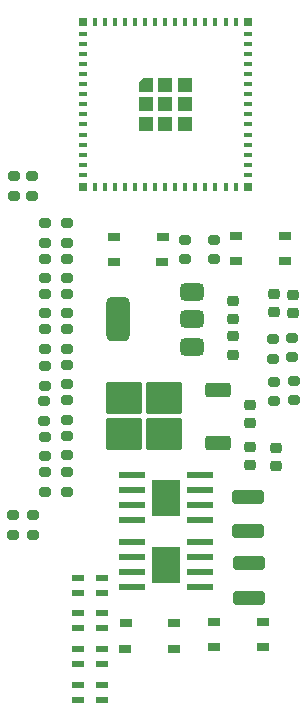
<source format=gbr>
%TF.GenerationSoftware,KiCad,Pcbnew,8.0.2-1*%
%TF.CreationDate,2025-02-04T18:40:10-06:00*%
%TF.ProjectId,ADACHI,41444143-4849-42e6-9b69-6361645f7063,rev?*%
%TF.SameCoordinates,Original*%
%TF.FileFunction,Paste,Top*%
%TF.FilePolarity,Positive*%
%FSLAX46Y46*%
G04 Gerber Fmt 4.6, Leading zero omitted, Abs format (unit mm)*
G04 Created by KiCad (PCBNEW 8.0.2-1) date 2025-02-04 18:40:10*
%MOMM*%
%LPD*%
G01*
G04 APERTURE LIST*
G04 Aperture macros list*
%AMRoundRect*
0 Rectangle with rounded corners*
0 $1 Rounding radius*
0 $2 $3 $4 $5 $6 $7 $8 $9 X,Y pos of 4 corners*
0 Add a 4 corners polygon primitive as box body*
4,1,4,$2,$3,$4,$5,$6,$7,$8,$9,$2,$3,0*
0 Add four circle primitives for the rounded corners*
1,1,$1+$1,$2,$3*
1,1,$1+$1,$4,$5*
1,1,$1+$1,$6,$7*
1,1,$1+$1,$8,$9*
0 Add four rect primitives between the rounded corners*
20,1,$1+$1,$2,$3,$4,$5,0*
20,1,$1+$1,$4,$5,$6,$7,0*
20,1,$1+$1,$6,$7,$8,$9,0*
20,1,$1+$1,$8,$9,$2,$3,0*%
%AMOutline5P*
0 Free polygon, 5 corners , with rotation*
0 The origin of the aperture is its center*
0 number of corners: always 5*
0 $1 to $10 corner X, Y*
0 $11 Rotation angle, in degrees counterclockwise*
0 create outline with 5 corners*
4,1,5,$1,$2,$3,$4,$5,$6,$7,$8,$9,$10,$1,$2,$11*%
%AMOutline6P*
0 Free polygon, 6 corners , with rotation*
0 The origin of the aperture is its center*
0 number of corners: always 6*
0 $1 to $12 corner X, Y*
0 $13 Rotation angle, in degrees counterclockwise*
0 create outline with 6 corners*
4,1,6,$1,$2,$3,$4,$5,$6,$7,$8,$9,$10,$11,$12,$1,$2,$13*%
%AMOutline7P*
0 Free polygon, 7 corners , with rotation*
0 The origin of the aperture is its center*
0 number of corners: always 7*
0 $1 to $14 corner X, Y*
0 $15 Rotation angle, in degrees counterclockwise*
0 create outline with 7 corners*
4,1,7,$1,$2,$3,$4,$5,$6,$7,$8,$9,$10,$11,$12,$13,$14,$1,$2,$15*%
%AMOutline8P*
0 Free polygon, 8 corners , with rotation*
0 The origin of the aperture is its center*
0 number of corners: always 8*
0 $1 to $16 corner X, Y*
0 $17 Rotation angle, in degrees counterclockwise*
0 create outline with 8 corners*
4,1,8,$1,$2,$3,$4,$5,$6,$7,$8,$9,$10,$11,$12,$13,$14,$15,$16,$1,$2,$17*%
G04 Aperture macros list end*
%ADD10RoundRect,0.200000X0.275000X-0.200000X0.275000X0.200000X-0.275000X0.200000X-0.275000X-0.200000X0*%
%ADD11RoundRect,0.225000X0.250000X-0.225000X0.250000X0.225000X-0.250000X0.225000X-0.250000X-0.225000X0*%
%ADD12RoundRect,0.250000X0.850000X0.350000X-0.850000X0.350000X-0.850000X-0.350000X0.850000X-0.350000X0*%
%ADD13RoundRect,0.250000X1.275000X1.125000X-1.275000X1.125000X-1.275000X-1.125000X1.275000X-1.125000X0*%
%ADD14RoundRect,0.225000X-0.250000X0.225000X-0.250000X-0.225000X0.250000X-0.225000X0.250000X0.225000X0*%
%ADD15RoundRect,0.200000X-0.275000X0.200000X-0.275000X-0.200000X0.275000X-0.200000X0.275000X0.200000X0*%
%ADD16RoundRect,0.218750X0.256250X-0.218750X0.256250X0.218750X-0.256250X0.218750X-0.256250X-0.218750X0*%
%ADD17RoundRect,0.250000X-1.100000X0.325000X-1.100000X-0.325000X1.100000X-0.325000X1.100000X0.325000X0*%
%ADD18R,1.050000X0.650000*%
%ADD19R,1.000000X0.600000*%
%ADD20R,2.400000X3.100000*%
%ADD21R,2.200000X0.500000*%
%ADD22RoundRect,0.375000X0.625000X0.375000X-0.625000X0.375000X-0.625000X-0.375000X0.625000X-0.375000X0*%
%ADD23RoundRect,0.500000X0.500000X1.400000X-0.500000X1.400000X-0.500000X-1.400000X0.500000X-1.400000X0*%
%ADD24R,0.800000X0.400000*%
%ADD25R,0.400000X0.800000*%
%ADD26Outline5P,-0.600000X0.204000X-0.204000X0.600000X0.600000X0.600000X0.600000X-0.600000X-0.600000X-0.600000X0.000000*%
%ADD27R,1.200000X1.200000*%
%ADD28R,0.800000X0.800000*%
G04 APERTURE END LIST*
D10*
%TO.C,R2210k1*%
X129400000Y-134200000D03*
X129400000Y-132550000D03*
%TD*%
D11*
%TO.C,C6*%
X143400000Y-125675000D03*
X143400000Y-124125000D03*
%TD*%
D12*
%TO.C,U1*%
X142200000Y-133200000D03*
D13*
X137575000Y-132445000D03*
X137575000Y-129395000D03*
X134225000Y-132445000D03*
X134225000Y-129395000D03*
D12*
X142200000Y-128640000D03*
%TD*%
D10*
%TO.C,R4*%
X146900000Y-129625000D03*
X146900000Y-127975000D03*
%TD*%
D14*
%TO.C,C1*%
X144900000Y-133500000D03*
X144900000Y-135050000D03*
%TD*%
D15*
%TO.C,R920k1*%
X127500000Y-114550000D03*
X127500000Y-116200000D03*
%TD*%
D10*
%TO.C,R1410k1*%
X129400000Y-122200000D03*
X129400000Y-120550000D03*
%TD*%
D15*
%TO.C,R1*%
X148400000Y-124275000D03*
X148400000Y-125925000D03*
%TD*%
%TO.C,R2*%
X148600000Y-127900000D03*
X148600000Y-129550000D03*
%TD*%
D16*
%TO.C,led5v1*%
X148500000Y-122187500D03*
X148500000Y-120612500D03*
%TD*%
D10*
%TO.C,R1120k1*%
X127500000Y-119200000D03*
X127500000Y-117550000D03*
%TD*%
D11*
%TO.C,C5*%
X144900000Y-131475000D03*
X144900000Y-129925000D03*
%TD*%
D14*
%TO.C,C7*%
X143400000Y-121125000D03*
X143400000Y-122675000D03*
%TD*%
D15*
%TO.C,R7*%
X124900000Y-110600000D03*
X124900000Y-112250000D03*
%TD*%
D17*
%TO.C,C4*%
X144800000Y-143300000D03*
X144800000Y-146250000D03*
%TD*%
D10*
%TO.C,R1210k1*%
X129400000Y-119200000D03*
X129400000Y-117550000D03*
%TD*%
D15*
%TO.C,R2610k1*%
X126500000Y-139275000D03*
X126500000Y-140925000D03*
%TD*%
D18*
%TO.C,RESET1*%
X143725000Y-115625000D03*
X147875000Y-115625000D03*
X143725000Y-117775000D03*
X147850000Y-117775000D03*
%TD*%
%TO.C,boton1*%
X138475000Y-150575000D03*
X134325000Y-150575000D03*
X138475000Y-148425000D03*
X134350000Y-148425000D03*
%TD*%
D17*
%TO.C,C2*%
X144700000Y-137700000D03*
X144700000Y-140650000D03*
%TD*%
D19*
%TO.C,D4*%
X132300000Y-151900000D03*
X132300000Y-150600000D03*
X130300000Y-150600000D03*
X130300000Y-151900000D03*
%TD*%
D10*
%TO.C,R1010k1*%
X129400000Y-116200000D03*
X129400000Y-114550000D03*
%TD*%
%TO.C,R1610k1*%
X129400000Y-125200000D03*
X129400000Y-123550000D03*
%TD*%
D15*
%TO.C,R1520k1*%
X127500000Y-123550000D03*
X127500000Y-125200000D03*
%TD*%
D10*
%TO.C,R5*%
X141800000Y-117625000D03*
X141800000Y-115975000D03*
%TD*%
D20*
%TO.C,driver1*%
X137775000Y-137805000D03*
D21*
X134900000Y-135900000D03*
X134900000Y-137170000D03*
X134900000Y-138440000D03*
X134900000Y-139710000D03*
X140650000Y-139710000D03*
X140650000Y-138440000D03*
X140650000Y-137170000D03*
X140650000Y-135900000D03*
%TD*%
D15*
%TO.C,R2320k1*%
X127500000Y-135650000D03*
X127500000Y-137300000D03*
%TD*%
D22*
%TO.C,reguladr3v1*%
X140000000Y-125000000D03*
X140000000Y-122700000D03*
D23*
X133700000Y-122700000D03*
D22*
X140000000Y-120400000D03*
%TD*%
D15*
%TO.C,R1720k1*%
X127500000Y-126650000D03*
X127500000Y-128300000D03*
%TD*%
D10*
%TO.C,R2010k1*%
X129400000Y-131200000D03*
X129400000Y-129550000D03*
%TD*%
D14*
%TO.C,C3*%
X147100000Y-133600000D03*
X147100000Y-135150000D03*
%TD*%
D15*
%TO.C,R2520k1*%
X124800000Y-139275000D03*
X124800000Y-140925000D03*
%TD*%
D16*
%TO.C,led1*%
X146900000Y-122087500D03*
X146900000Y-120512500D03*
%TD*%
D18*
%TO.C,boton2*%
X145975000Y-150475000D03*
X141825000Y-150475000D03*
X145975000Y-148325000D03*
X141850000Y-148325000D03*
%TD*%
%TO.C,BOOT1*%
X133325000Y-115725000D03*
X137475000Y-115725000D03*
X133325000Y-117875000D03*
X137450000Y-117875000D03*
%TD*%
D15*
%TO.C,R2410k1*%
X129400000Y-135650000D03*
X129400000Y-137300000D03*
%TD*%
D10*
%TO.C,R3*%
X146800000Y-126025000D03*
X146800000Y-124375000D03*
%TD*%
%TO.C,R1810k1*%
X129400000Y-128200000D03*
X129400000Y-126550000D03*
%TD*%
%TO.C,R6*%
X139400000Y-117625000D03*
X139400000Y-115975000D03*
%TD*%
D15*
%TO.C,R1920k1*%
X127400000Y-129650000D03*
X127400000Y-131300000D03*
%TD*%
D24*
%TO.C,U2*%
X130700000Y-98550000D03*
X130700000Y-99400000D03*
X130700000Y-100250000D03*
X130700000Y-101100000D03*
X130700000Y-101950000D03*
X130700000Y-102800000D03*
X130700000Y-103650000D03*
X130700000Y-104500000D03*
X130700000Y-105350000D03*
X130700000Y-106200000D03*
X130700000Y-107050000D03*
X130700000Y-107900000D03*
X130700000Y-108750000D03*
X130700000Y-109600000D03*
X130700000Y-110450000D03*
D25*
X131750000Y-111500000D03*
X132600000Y-111500000D03*
X133450000Y-111500000D03*
X134300000Y-111500000D03*
X135150000Y-111500000D03*
X136000000Y-111500000D03*
X136850000Y-111500000D03*
X137700000Y-111500000D03*
X138550000Y-111500000D03*
X139400000Y-111500000D03*
X140250000Y-111500000D03*
X141100000Y-111500000D03*
X141950000Y-111500000D03*
X142800000Y-111500000D03*
X143650000Y-111500000D03*
D24*
X144700000Y-110450000D03*
X144700000Y-109600000D03*
X144700000Y-108750000D03*
X144700000Y-107900000D03*
X144700000Y-107050000D03*
X144700000Y-106200000D03*
X144700000Y-105350000D03*
X144700000Y-104500000D03*
X144700000Y-103650000D03*
X144700000Y-102800000D03*
X144700000Y-101950000D03*
X144700000Y-101100000D03*
X144700000Y-100250000D03*
X144700000Y-99400000D03*
X144700000Y-98550000D03*
D25*
X143650000Y-97500000D03*
X142800000Y-97500000D03*
X141950000Y-97500000D03*
X141100000Y-97500000D03*
X140250000Y-97500000D03*
X139400000Y-97500000D03*
X138550000Y-97500000D03*
X137700000Y-97500000D03*
X136850000Y-97500000D03*
X136000000Y-97500000D03*
X135150000Y-97500000D03*
X134300000Y-97500000D03*
X133450000Y-97500000D03*
X132600000Y-97500000D03*
X131750000Y-97500000D03*
D26*
X136050000Y-102850000D03*
D27*
X136050000Y-104500000D03*
X136050000Y-106150000D03*
X137700000Y-102850000D03*
X137700000Y-104500000D03*
X137700000Y-106150000D03*
X139350000Y-102850000D03*
X139350000Y-104500000D03*
X139350000Y-106150000D03*
D28*
X130700000Y-97500000D03*
X130700000Y-111500000D03*
X144700000Y-111500000D03*
X144700000Y-97500000D03*
%TD*%
D15*
%TO.C,R1320k1*%
X127500000Y-120550000D03*
X127500000Y-122200000D03*
%TD*%
D10*
%TO.C,R8*%
X126400000Y-112225000D03*
X126400000Y-110575000D03*
%TD*%
D19*
%TO.C,D2*%
X130300000Y-144600000D03*
X130300000Y-145900000D03*
X132300000Y-145900000D03*
X132300000Y-144600000D03*
%TD*%
D20*
%TO.C,driver2*%
X137775000Y-143495000D03*
D21*
X134900000Y-141590000D03*
X134900000Y-142860000D03*
X134900000Y-144130000D03*
X134900000Y-145400000D03*
X140650000Y-145400000D03*
X140650000Y-144130000D03*
X140650000Y-142860000D03*
X140650000Y-141590000D03*
%TD*%
D15*
%TO.C,R2120k1*%
X127500000Y-132650000D03*
X127500000Y-134300000D03*
%TD*%
D19*
%TO.C,D1*%
X130300000Y-147550000D03*
X130300000Y-148850000D03*
X132300000Y-148850000D03*
X132300000Y-147550000D03*
%TD*%
%TO.C,D5*%
X130300000Y-153650000D03*
X130300000Y-154950000D03*
X132300000Y-154950000D03*
X132300000Y-153650000D03*
%TD*%
M02*

</source>
